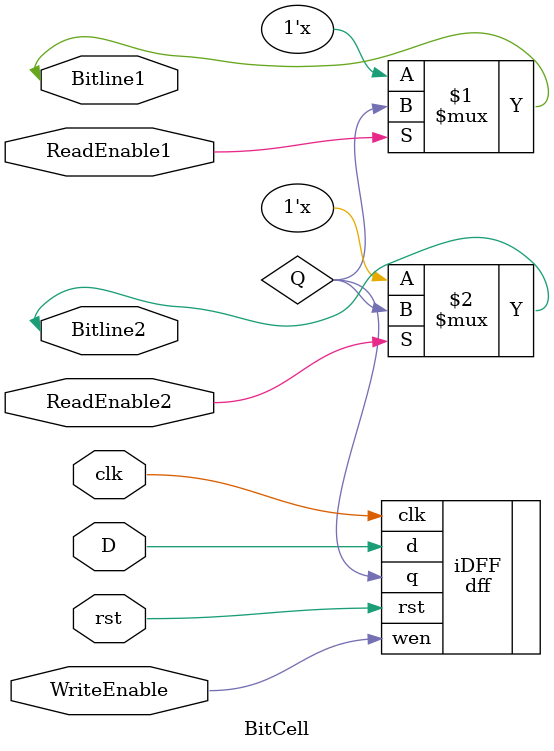
<source format=v>
module BitCell( input clk, input rst, input D, input WriteEnable, input ReadEnable1, input
ReadEnable2, inout Bitline1, inout Bitline2);

wire Q;

dff iDFF(.clk(clk), .rst(rst), .wen(WriteEnable), .q(Q), .d(D));

assign Bitline1 = (ReadEnable1) ? Q : 1'bz;
assign Bitline2 = (ReadEnable2) ? Q : 1'bz;

endmodule

</source>
